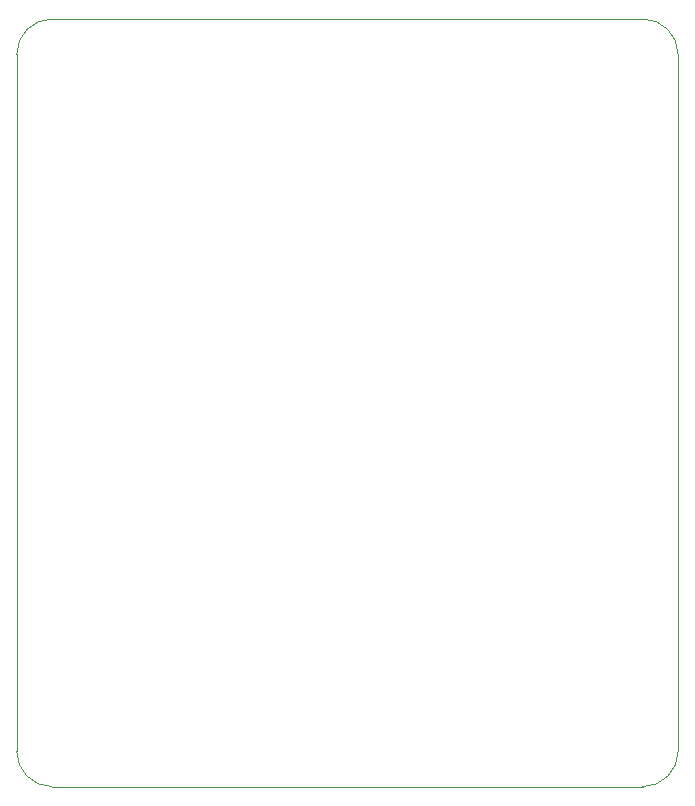
<source format=gbr>
G04 #@! TF.GenerationSoftware,KiCad,Pcbnew,5.0.1-33cea8e~68~ubuntu18.04.1*
G04 #@! TF.CreationDate,2018-11-04T18:35:12+03:00*
G04 #@! TF.ProjectId,AA-PI-Radio-Board,41412D50492D526164696F2D426F6172,rev?*
G04 #@! TF.SameCoordinates,Original*
G04 #@! TF.FileFunction,Profile,NP*
%FSLAX46Y46*%
G04 Gerber Fmt 4.6, Leading zero omitted, Abs format (unit mm)*
G04 Created by KiCad (PCBNEW 5.0.1-33cea8e~68~ubuntu18.04.1) date Sun 04 Nov 2018 18:35:12 MSK*
%MOMM*%
%LPD*%
G01*
G04 APERTURE LIST*
%ADD10C,0.025400*%
G04 APERTURE END LIST*
D10*
X103000000Y-140000000D02*
G75*
G02X100000000Y-137000000I0J3000000D01*
G01*
X100000000Y-78000000D02*
G75*
G02X103000000Y-75000000I3000000J0D01*
G01*
X153000000Y-75000000D02*
G75*
G02X156000000Y-78000000I0J-3000000D01*
G01*
X156000000Y-137000000D02*
G75*
G02X153000000Y-140000000I-3000000J0D01*
G01*
X100000000Y-78000000D02*
X100000000Y-137000000D01*
X153000000Y-75000000D02*
X103000000Y-75000000D01*
X156000000Y-137000000D02*
X156000000Y-78000000D01*
X103000000Y-140000000D02*
X153000000Y-140000000D01*
M02*

</source>
